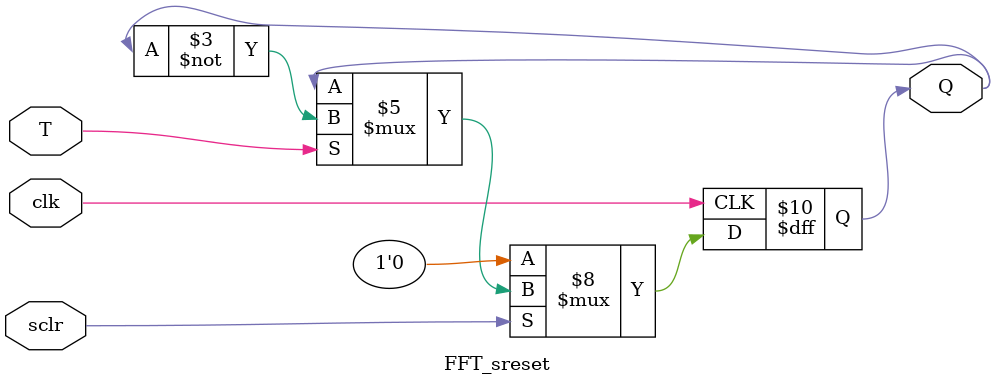
<source format=v>
module FFT_sreset(
	input clk, T, sclr,
	output reg Q
);

	always @(posedge clk)
	begin
		if (!sclr)	Q <= 0;
		else if (T)	Q <= ~Q;
		else				Q <= Q;
	end

endmodule

</source>
